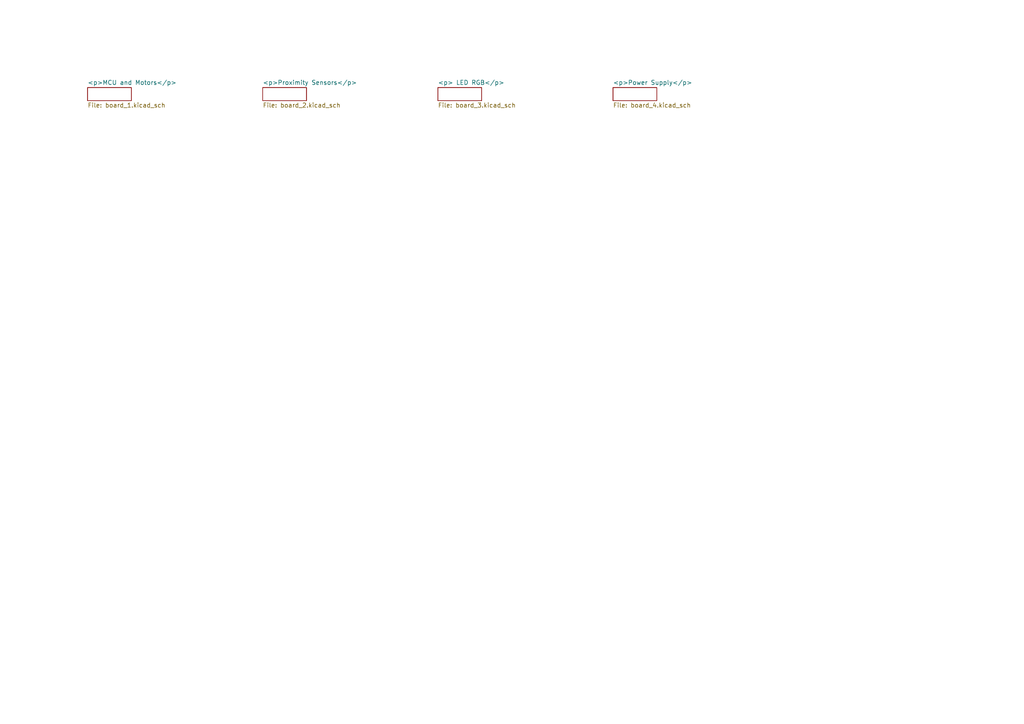
<source format=kicad_sch>
(kicad_sch
	(version 20250114)
	(generator "eeschema")
	(generator_version "9.0")
	(uuid "75d9f8ce-eca3-4ca5-8c52-1ff08db4c657")
	(paper "A4")
	(lib_symbols)
	(sheet
		(at 76.2 25.4)
		(size 12.7 3.81)
		(exclude_from_sim no)
		(in_bom yes)
		(on_board yes)
		(dnp no)
		(fields_autoplaced yes)
		(stroke
			(width 0)
			(type solid)
		)
		(fill
			(color 0 0 0 0.0000)
		)
		(uuid "13d3e82d-ecdf-49f9-887e-7f2d9863da01")
		(property "Sheetname" "<p>Proximity Sensors</p>"
			(at 76.2 24.6884 0)
			(effects
				(font
					(size 1.27 1.27)
				)
				(justify left bottom)
			)
		)
		(property "Sheetfile" "board_2.kicad_sch"
			(at 76.2 29.7946 0)
			(effects
				(font
					(size 1.27 1.27)
				)
				(justify left top)
			)
		)
		(instances
			(project "board"
				(path "/75d9f8ce-eca3-4ca5-8c52-1ff08db4c657"
					(page "2")
				)
			)
		)
	)
	(sheet
		(at 25.4 25.4)
		(size 12.7 3.81)
		(exclude_from_sim no)
		(in_bom yes)
		(on_board yes)
		(dnp no)
		(fields_autoplaced yes)
		(stroke
			(width 0)
			(type solid)
		)
		(fill
			(color 0 0 0 0.0000)
		)
		(uuid "28c0f5d3-95da-4f4a-b3b3-600768b485a3")
		(property "Sheetname" "<p>MCU and Motors</p>"
			(at 25.4 24.6884 0)
			(effects
				(font
					(size 1.27 1.27)
				)
				(justify left bottom)
			)
		)
		(property "Sheetfile" "board_1.kicad_sch"
			(at 25.4 29.7946 0)
			(effects
				(font
					(size 1.27 1.27)
				)
				(justify left top)
			)
		)
		(instances
			(project "board"
				(path "/75d9f8ce-eca3-4ca5-8c52-1ff08db4c657"
					(page "1")
				)
			)
		)
	)
	(sheet
		(at 177.8 25.4)
		(size 12.7 3.81)
		(exclude_from_sim no)
		(in_bom yes)
		(on_board yes)
		(dnp no)
		(fields_autoplaced yes)
		(stroke
			(width 0)
			(type solid)
		)
		(fill
			(color 0 0 0 0.0000)
		)
		(uuid "30c0b537-c614-4db6-8d25-90cd402184b8")
		(property "Sheetname" "<p>Power Supply</p>"
			(at 177.8 24.6884 0)
			(effects
				(font
					(size 1.27 1.27)
				)
				(justify left bottom)
			)
		)
		(property "Sheetfile" "board_4.kicad_sch"
			(at 177.8 29.7946 0)
			(effects
				(font
					(size 1.27 1.27)
				)
				(justify left top)
			)
		)
		(instances
			(project "board"
				(path "/75d9f8ce-eca3-4ca5-8c52-1ff08db4c657"
					(page "4")
				)
			)
		)
	)
	(sheet
		(at 127 25.4)
		(size 12.7 3.81)
		(exclude_from_sim no)
		(in_bom yes)
		(on_board yes)
		(dnp no)
		(fields_autoplaced yes)
		(stroke
			(width 0)
			(type solid)
		)
		(fill
			(color 0 0 0 0.0000)
		)
		(uuid "f6b56b25-a1ed-48ab-98e2-26a8da3f7eeb")
		(property "Sheetname" "<p> LED RGB</p>"
			(at 127 24.6884 0)
			(effects
				(font
					(size 1.27 1.27)
				)
				(justify left bottom)
			)
		)
		(property "Sheetfile" "board_3.kicad_sch"
			(at 127 29.7946 0)
			(effects
				(font
					(size 1.27 1.27)
				)
				(justify left top)
			)
		)
		(instances
			(project "board"
				(path "/75d9f8ce-eca3-4ca5-8c52-1ff08db4c657"
					(page "3")
				)
			)
		)
	)
	(sheet_instances
		(path "/"
			(page "1")
		)
	)
	(embedded_fonts no)
)

</source>
